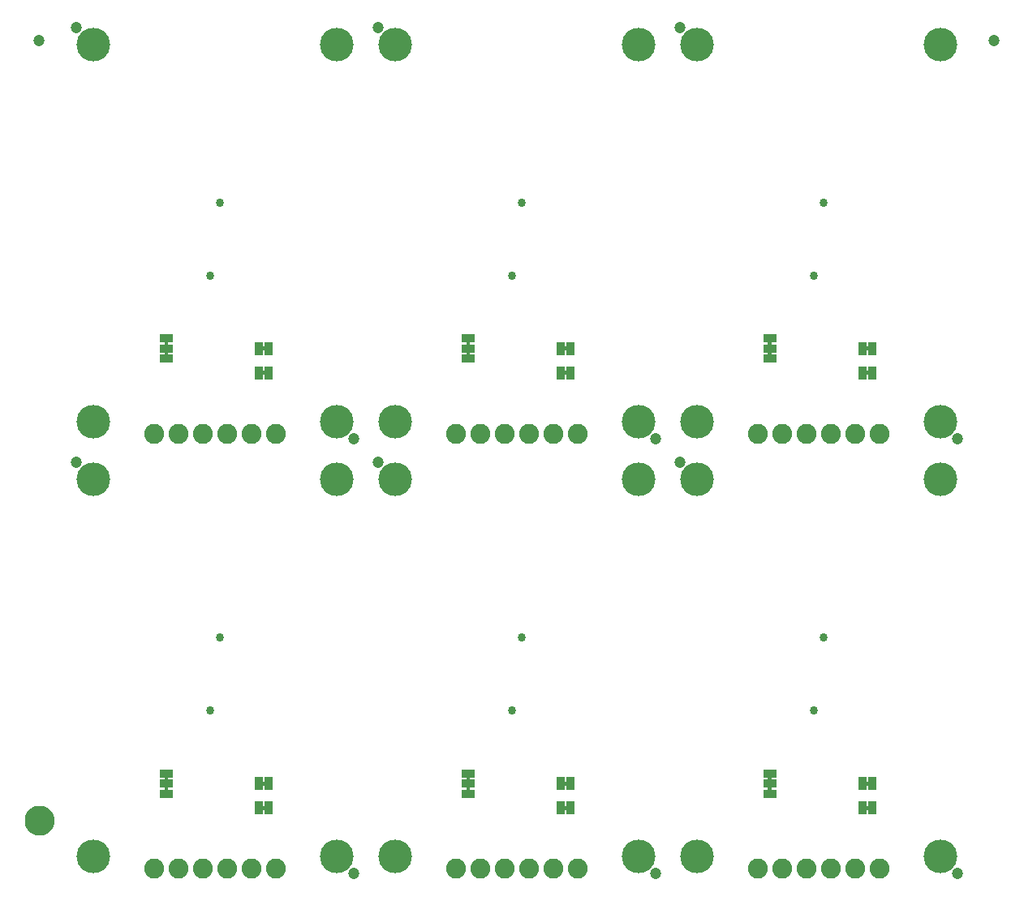
<source format=gbs>
G04 EAGLE Gerber RS-274X export*
G75*
%MOMM*%
%FSLAX34Y34*%
%LPD*%
%INSoldermask Bottom*%
%IPPOS*%
%AMOC8*
5,1,8,0,0,1.08239X$1,22.5*%
G01*
%ADD10R,1.473200X0.863600*%
%ADD11R,0.863600X1.473200*%
%ADD12C,0.863600*%
%ADD13C,2.082800*%
%ADD14C,1.203200*%
%ADD15C,3.505200*%
%ADD16C,1.270000*%
%ADD17C,1.703200*%

G36*
X732525Y558660D02*
X732525Y558660D01*
X732590Y558662D01*
X732634Y558680D01*
X732681Y558688D01*
X732737Y558722D01*
X732798Y558746D01*
X732833Y558778D01*
X732874Y558802D01*
X732915Y558853D01*
X732964Y558898D01*
X732985Y558940D01*
X733015Y558976D01*
X733036Y559039D01*
X733066Y559097D01*
X733075Y559152D01*
X733087Y559189D01*
X733086Y559228D01*
X733094Y559283D01*
X733094Y563093D01*
X733082Y563157D01*
X733080Y563223D01*
X733063Y563267D01*
X733054Y563313D01*
X733021Y563370D01*
X732996Y563431D01*
X732964Y563466D01*
X732940Y563507D01*
X732889Y563548D01*
X732845Y563597D01*
X732803Y563618D01*
X732766Y563648D01*
X732704Y563669D01*
X732645Y563699D01*
X732591Y563707D01*
X732554Y563720D01*
X732514Y563719D01*
X732460Y563727D01*
X729920Y563727D01*
X729855Y563715D01*
X729789Y563713D01*
X729746Y563696D01*
X729699Y563687D01*
X729642Y563654D01*
X729581Y563629D01*
X729547Y563597D01*
X729506Y563573D01*
X729464Y563522D01*
X729416Y563478D01*
X729394Y563436D01*
X729364Y563399D01*
X729343Y563337D01*
X729313Y563278D01*
X729305Y563224D01*
X729293Y563186D01*
X729293Y563182D01*
X729294Y563146D01*
X729286Y563093D01*
X729286Y559283D01*
X729297Y559218D01*
X729299Y559152D01*
X729317Y559108D01*
X729325Y559062D01*
X729359Y559005D01*
X729383Y558944D01*
X729415Y558909D01*
X729439Y558869D01*
X729490Y558827D01*
X729535Y558779D01*
X729577Y558757D01*
X729614Y558727D01*
X729676Y558706D01*
X729734Y558676D01*
X729789Y558668D01*
X729826Y558655D01*
X729865Y558656D01*
X729920Y558648D01*
X732460Y558648D01*
X732525Y558660D01*
G37*
G36*
X102935Y558660D02*
X102935Y558660D01*
X103001Y558662D01*
X103044Y558680D01*
X103091Y558688D01*
X103148Y558722D01*
X103208Y558746D01*
X103243Y558778D01*
X103284Y558802D01*
X103326Y558853D01*
X103374Y558898D01*
X103396Y558940D01*
X103425Y558976D01*
X103446Y559039D01*
X103477Y559097D01*
X103485Y559152D01*
X103497Y559189D01*
X103496Y559228D01*
X103504Y559283D01*
X103504Y563093D01*
X103493Y563157D01*
X103491Y563223D01*
X103473Y563267D01*
X103465Y563313D01*
X103431Y563370D01*
X103406Y563431D01*
X103375Y563466D01*
X103350Y563507D01*
X103299Y563548D01*
X103255Y563597D01*
X103213Y563618D01*
X103176Y563648D01*
X103114Y563669D01*
X103055Y563699D01*
X103001Y563707D01*
X102964Y563720D01*
X102924Y563719D01*
X102870Y563727D01*
X100330Y563727D01*
X100265Y563715D01*
X100199Y563713D01*
X100156Y563696D01*
X100109Y563687D01*
X100052Y563654D01*
X99992Y563629D01*
X99957Y563597D01*
X99916Y563573D01*
X99875Y563522D01*
X99826Y563478D01*
X99804Y563436D01*
X99775Y563399D01*
X99754Y563337D01*
X99723Y563278D01*
X99715Y563224D01*
X99703Y563186D01*
X99703Y563182D01*
X99704Y563146D01*
X99696Y563093D01*
X99696Y559283D01*
X99707Y559218D01*
X99709Y559152D01*
X99727Y559108D01*
X99735Y559062D01*
X99769Y559005D01*
X99794Y558944D01*
X99825Y558909D01*
X99850Y558869D01*
X99901Y558827D01*
X99945Y558779D01*
X99987Y558757D01*
X100024Y558727D01*
X100086Y558706D01*
X100145Y558676D01*
X100199Y558668D01*
X100236Y558655D01*
X100276Y558656D01*
X100330Y558648D01*
X102870Y558648D01*
X102935Y558660D01*
G37*
G36*
X417742Y558660D02*
X417742Y558660D01*
X417808Y558662D01*
X417852Y558680D01*
X417898Y558688D01*
X417955Y558722D01*
X418016Y558746D01*
X418051Y558778D01*
X418092Y558802D01*
X418133Y558853D01*
X418182Y558898D01*
X418203Y558940D01*
X418233Y558976D01*
X418254Y559039D01*
X418284Y559097D01*
X418292Y559152D01*
X418305Y559189D01*
X418304Y559228D01*
X418312Y559283D01*
X418312Y563093D01*
X418300Y563157D01*
X418298Y563223D01*
X418281Y563267D01*
X418272Y563313D01*
X418239Y563370D01*
X418214Y563431D01*
X418182Y563466D01*
X418158Y563507D01*
X418107Y563548D01*
X418063Y563597D01*
X418021Y563618D01*
X417984Y563648D01*
X417922Y563669D01*
X417863Y563699D01*
X417809Y563707D01*
X417771Y563720D01*
X417732Y563719D01*
X417678Y563727D01*
X415138Y563727D01*
X415073Y563715D01*
X415007Y563713D01*
X414963Y563696D01*
X414917Y563687D01*
X414860Y563654D01*
X414799Y563629D01*
X414764Y563597D01*
X414724Y563573D01*
X414682Y563522D01*
X414634Y563478D01*
X414612Y563436D01*
X414582Y563399D01*
X414561Y563337D01*
X414531Y563278D01*
X414523Y563224D01*
X414510Y563186D01*
X414510Y563182D01*
X414511Y563146D01*
X414503Y563093D01*
X414503Y559283D01*
X414515Y559218D01*
X414517Y559152D01*
X414535Y559108D01*
X414543Y559062D01*
X414577Y559005D01*
X414601Y558944D01*
X414633Y558909D01*
X414657Y558869D01*
X414708Y558827D01*
X414753Y558779D01*
X414795Y558757D01*
X414831Y558727D01*
X414894Y558706D01*
X414952Y558676D01*
X415007Y558668D01*
X415044Y558655D01*
X415083Y558656D01*
X415138Y558648D01*
X417678Y558648D01*
X417742Y558660D01*
G37*
G36*
X417742Y548500D02*
X417742Y548500D01*
X417808Y548502D01*
X417852Y548520D01*
X417898Y548528D01*
X417955Y548562D01*
X418016Y548586D01*
X418051Y548618D01*
X418092Y548642D01*
X418133Y548693D01*
X418182Y548738D01*
X418203Y548780D01*
X418233Y548816D01*
X418254Y548879D01*
X418284Y548937D01*
X418292Y548992D01*
X418305Y549029D01*
X418304Y549068D01*
X418312Y549123D01*
X418312Y552933D01*
X418300Y552997D01*
X418298Y553063D01*
X418281Y553107D01*
X418272Y553153D01*
X418239Y553210D01*
X418214Y553271D01*
X418182Y553306D01*
X418158Y553347D01*
X418107Y553388D01*
X418063Y553437D01*
X418021Y553458D01*
X417984Y553488D01*
X417922Y553509D01*
X417863Y553539D01*
X417809Y553547D01*
X417771Y553560D01*
X417732Y553559D01*
X417678Y553567D01*
X415138Y553567D01*
X415073Y553555D01*
X415007Y553553D01*
X414963Y553536D01*
X414917Y553527D01*
X414860Y553494D01*
X414799Y553469D01*
X414764Y553437D01*
X414724Y553413D01*
X414682Y553362D01*
X414634Y553318D01*
X414612Y553276D01*
X414582Y553239D01*
X414561Y553177D01*
X414531Y553118D01*
X414523Y553064D01*
X414510Y553026D01*
X414510Y553022D01*
X414511Y552986D01*
X414503Y552933D01*
X414503Y549123D01*
X414515Y549058D01*
X414517Y548992D01*
X414535Y548948D01*
X414543Y548902D01*
X414577Y548845D01*
X414601Y548784D01*
X414633Y548749D01*
X414657Y548709D01*
X414708Y548667D01*
X414753Y548619D01*
X414795Y548597D01*
X414831Y548567D01*
X414894Y548546D01*
X414952Y548516D01*
X415007Y548508D01*
X415044Y548495D01*
X415083Y548496D01*
X415138Y548488D01*
X417678Y548488D01*
X417742Y548500D01*
G37*
G36*
X732525Y548500D02*
X732525Y548500D01*
X732590Y548502D01*
X732634Y548520D01*
X732681Y548528D01*
X732737Y548562D01*
X732798Y548586D01*
X732833Y548618D01*
X732874Y548642D01*
X732915Y548693D01*
X732964Y548738D01*
X732985Y548780D01*
X733015Y548816D01*
X733036Y548879D01*
X733066Y548937D01*
X733075Y548992D01*
X733087Y549029D01*
X733086Y549068D01*
X733094Y549123D01*
X733094Y552933D01*
X733082Y552997D01*
X733080Y553063D01*
X733063Y553107D01*
X733054Y553153D01*
X733021Y553210D01*
X732996Y553271D01*
X732964Y553306D01*
X732940Y553347D01*
X732889Y553388D01*
X732845Y553437D01*
X732803Y553458D01*
X732766Y553488D01*
X732704Y553509D01*
X732645Y553539D01*
X732591Y553547D01*
X732554Y553560D01*
X732514Y553559D01*
X732460Y553567D01*
X729920Y553567D01*
X729855Y553555D01*
X729789Y553553D01*
X729746Y553536D01*
X729699Y553527D01*
X729642Y553494D01*
X729581Y553469D01*
X729547Y553437D01*
X729506Y553413D01*
X729464Y553362D01*
X729416Y553318D01*
X729394Y553276D01*
X729364Y553239D01*
X729343Y553177D01*
X729313Y553118D01*
X729305Y553064D01*
X729293Y553026D01*
X729293Y553022D01*
X729294Y552986D01*
X729286Y552933D01*
X729286Y549123D01*
X729297Y549058D01*
X729299Y548992D01*
X729317Y548948D01*
X729325Y548902D01*
X729359Y548845D01*
X729383Y548784D01*
X729415Y548749D01*
X729439Y548709D01*
X729490Y548667D01*
X729535Y548619D01*
X729577Y548597D01*
X729614Y548567D01*
X729676Y548546D01*
X729734Y548516D01*
X729789Y548508D01*
X729826Y548495D01*
X729865Y548496D01*
X729920Y548488D01*
X732460Y548488D01*
X732525Y548500D01*
G37*
G36*
X102935Y548500D02*
X102935Y548500D01*
X103001Y548502D01*
X103044Y548520D01*
X103091Y548528D01*
X103148Y548562D01*
X103208Y548586D01*
X103243Y548618D01*
X103284Y548642D01*
X103326Y548693D01*
X103374Y548738D01*
X103396Y548780D01*
X103425Y548816D01*
X103446Y548879D01*
X103477Y548937D01*
X103485Y548992D01*
X103497Y549029D01*
X103496Y549068D01*
X103504Y549123D01*
X103504Y552933D01*
X103493Y552997D01*
X103491Y553063D01*
X103473Y553107D01*
X103465Y553153D01*
X103431Y553210D01*
X103406Y553271D01*
X103375Y553306D01*
X103350Y553347D01*
X103299Y553388D01*
X103255Y553437D01*
X103213Y553458D01*
X103176Y553488D01*
X103114Y553509D01*
X103055Y553539D01*
X103001Y553547D01*
X102964Y553560D01*
X102924Y553559D01*
X102870Y553567D01*
X100330Y553567D01*
X100265Y553555D01*
X100199Y553553D01*
X100156Y553536D01*
X100109Y553527D01*
X100052Y553494D01*
X99992Y553469D01*
X99957Y553437D01*
X99916Y553413D01*
X99875Y553362D01*
X99826Y553318D01*
X99804Y553276D01*
X99775Y553239D01*
X99754Y553177D01*
X99723Y553118D01*
X99715Y553064D01*
X99703Y553026D01*
X99703Y553022D01*
X99704Y552986D01*
X99696Y552933D01*
X99696Y549123D01*
X99707Y549058D01*
X99709Y548992D01*
X99727Y548948D01*
X99735Y548902D01*
X99769Y548845D01*
X99794Y548784D01*
X99825Y548749D01*
X99850Y548709D01*
X99901Y548667D01*
X99945Y548619D01*
X99987Y548597D01*
X100024Y548567D01*
X100086Y548546D01*
X100145Y548516D01*
X100199Y548508D01*
X100236Y548495D01*
X100276Y548496D01*
X100330Y548488D01*
X102870Y548488D01*
X102935Y548500D01*
G37*
G36*
X732525Y104152D02*
X732525Y104152D01*
X732590Y104154D01*
X732634Y104172D01*
X732681Y104180D01*
X732737Y104214D01*
X732798Y104239D01*
X732833Y104270D01*
X732874Y104295D01*
X732915Y104346D01*
X732964Y104390D01*
X732985Y104432D01*
X733015Y104469D01*
X733036Y104531D01*
X733066Y104590D01*
X733075Y104644D01*
X733087Y104681D01*
X733086Y104721D01*
X733094Y104775D01*
X733094Y108585D01*
X733082Y108650D01*
X733080Y108716D01*
X733063Y108759D01*
X733054Y108806D01*
X733021Y108863D01*
X732996Y108923D01*
X732964Y108958D01*
X732940Y108999D01*
X732889Y109041D01*
X732845Y109089D01*
X732803Y109111D01*
X732766Y109140D01*
X732704Y109161D01*
X732645Y109192D01*
X732591Y109200D01*
X732554Y109212D01*
X732514Y109211D01*
X732460Y109219D01*
X729920Y109219D01*
X729855Y109208D01*
X729789Y109206D01*
X729746Y109188D01*
X729699Y109180D01*
X729642Y109146D01*
X729581Y109121D01*
X729547Y109090D01*
X729506Y109065D01*
X729464Y109014D01*
X729416Y108970D01*
X729394Y108928D01*
X729364Y108891D01*
X729343Y108829D01*
X729313Y108770D01*
X729305Y108716D01*
X729293Y108679D01*
X729293Y108675D01*
X729293Y108674D01*
X729294Y108639D01*
X729286Y108585D01*
X729286Y104775D01*
X729297Y104710D01*
X729299Y104644D01*
X729317Y104601D01*
X729325Y104554D01*
X729359Y104497D01*
X729383Y104437D01*
X729415Y104402D01*
X729439Y104361D01*
X729490Y104320D01*
X729535Y104271D01*
X729577Y104249D01*
X729614Y104220D01*
X729676Y104199D01*
X729734Y104168D01*
X729789Y104160D01*
X729826Y104148D01*
X729865Y104149D01*
X729920Y104141D01*
X732460Y104141D01*
X732525Y104152D01*
G37*
G36*
X417742Y104152D02*
X417742Y104152D01*
X417808Y104154D01*
X417852Y104172D01*
X417898Y104180D01*
X417955Y104214D01*
X418016Y104239D01*
X418051Y104270D01*
X418092Y104295D01*
X418133Y104346D01*
X418182Y104390D01*
X418203Y104432D01*
X418233Y104469D01*
X418254Y104531D01*
X418284Y104590D01*
X418292Y104644D01*
X418305Y104681D01*
X418304Y104721D01*
X418312Y104775D01*
X418312Y108585D01*
X418300Y108650D01*
X418298Y108716D01*
X418281Y108759D01*
X418272Y108806D01*
X418239Y108863D01*
X418214Y108923D01*
X418182Y108958D01*
X418158Y108999D01*
X418107Y109041D01*
X418063Y109089D01*
X418021Y109111D01*
X417984Y109140D01*
X417922Y109161D01*
X417863Y109192D01*
X417809Y109200D01*
X417771Y109212D01*
X417732Y109211D01*
X417678Y109219D01*
X415138Y109219D01*
X415073Y109208D01*
X415007Y109206D01*
X414963Y109188D01*
X414917Y109180D01*
X414860Y109146D01*
X414799Y109121D01*
X414764Y109090D01*
X414724Y109065D01*
X414682Y109014D01*
X414634Y108970D01*
X414612Y108928D01*
X414582Y108891D01*
X414561Y108829D01*
X414531Y108770D01*
X414523Y108716D01*
X414510Y108679D01*
X414510Y108675D01*
X414510Y108674D01*
X414511Y108639D01*
X414503Y108585D01*
X414503Y104775D01*
X414515Y104710D01*
X414517Y104644D01*
X414535Y104601D01*
X414543Y104554D01*
X414577Y104497D01*
X414601Y104437D01*
X414633Y104402D01*
X414657Y104361D01*
X414708Y104320D01*
X414753Y104271D01*
X414795Y104249D01*
X414831Y104220D01*
X414894Y104199D01*
X414952Y104168D01*
X415007Y104160D01*
X415044Y104148D01*
X415083Y104149D01*
X415138Y104141D01*
X417678Y104141D01*
X417742Y104152D01*
G37*
G36*
X102935Y104152D02*
X102935Y104152D01*
X103001Y104154D01*
X103044Y104172D01*
X103091Y104180D01*
X103148Y104214D01*
X103208Y104239D01*
X103243Y104270D01*
X103284Y104295D01*
X103326Y104346D01*
X103374Y104390D01*
X103396Y104432D01*
X103425Y104469D01*
X103446Y104531D01*
X103477Y104590D01*
X103485Y104644D01*
X103497Y104681D01*
X103496Y104721D01*
X103504Y104775D01*
X103504Y108585D01*
X103493Y108650D01*
X103491Y108716D01*
X103473Y108759D01*
X103465Y108806D01*
X103431Y108863D01*
X103406Y108923D01*
X103375Y108958D01*
X103350Y108999D01*
X103299Y109041D01*
X103255Y109089D01*
X103213Y109111D01*
X103176Y109140D01*
X103114Y109161D01*
X103055Y109192D01*
X103001Y109200D01*
X102964Y109212D01*
X102924Y109211D01*
X102870Y109219D01*
X100330Y109219D01*
X100265Y109208D01*
X100199Y109206D01*
X100156Y109188D01*
X100109Y109180D01*
X100052Y109146D01*
X99992Y109121D01*
X99957Y109090D01*
X99916Y109065D01*
X99875Y109014D01*
X99826Y108970D01*
X99804Y108928D01*
X99775Y108891D01*
X99754Y108829D01*
X99723Y108770D01*
X99715Y108716D01*
X99703Y108679D01*
X99703Y108675D01*
X99703Y108674D01*
X99704Y108639D01*
X99696Y108585D01*
X99696Y104775D01*
X99707Y104710D01*
X99709Y104644D01*
X99727Y104601D01*
X99735Y104554D01*
X99769Y104497D01*
X99794Y104437D01*
X99825Y104402D01*
X99850Y104361D01*
X99901Y104320D01*
X99945Y104271D01*
X99987Y104249D01*
X100024Y104220D01*
X100086Y104199D01*
X100145Y104168D01*
X100199Y104160D01*
X100236Y104148D01*
X100276Y104149D01*
X100330Y104141D01*
X102870Y104141D01*
X102935Y104152D01*
G37*
G36*
X417742Y93992D02*
X417742Y93992D01*
X417808Y93994D01*
X417852Y94012D01*
X417898Y94020D01*
X417955Y94054D01*
X418016Y94079D01*
X418051Y94110D01*
X418092Y94135D01*
X418133Y94186D01*
X418182Y94230D01*
X418203Y94272D01*
X418233Y94309D01*
X418254Y94371D01*
X418284Y94430D01*
X418292Y94484D01*
X418305Y94521D01*
X418304Y94561D01*
X418312Y94615D01*
X418312Y98425D01*
X418300Y98490D01*
X418298Y98556D01*
X418281Y98599D01*
X418272Y98646D01*
X418239Y98703D01*
X418214Y98763D01*
X418182Y98798D01*
X418158Y98839D01*
X418107Y98881D01*
X418063Y98929D01*
X418021Y98951D01*
X417984Y98980D01*
X417922Y99001D01*
X417863Y99032D01*
X417809Y99040D01*
X417771Y99052D01*
X417732Y99051D01*
X417678Y99059D01*
X415138Y99059D01*
X415073Y99048D01*
X415007Y99046D01*
X414963Y99028D01*
X414917Y99020D01*
X414860Y98986D01*
X414799Y98961D01*
X414764Y98930D01*
X414724Y98905D01*
X414682Y98854D01*
X414634Y98810D01*
X414612Y98768D01*
X414582Y98731D01*
X414561Y98669D01*
X414531Y98610D01*
X414523Y98556D01*
X414510Y98519D01*
X414510Y98515D01*
X414510Y98514D01*
X414511Y98479D01*
X414503Y98425D01*
X414503Y94615D01*
X414515Y94550D01*
X414517Y94484D01*
X414535Y94441D01*
X414543Y94394D01*
X414577Y94337D01*
X414601Y94277D01*
X414633Y94242D01*
X414657Y94201D01*
X414708Y94160D01*
X414753Y94111D01*
X414795Y94089D01*
X414831Y94060D01*
X414894Y94039D01*
X414952Y94008D01*
X415007Y94000D01*
X415044Y93988D01*
X415083Y93989D01*
X415138Y93981D01*
X417678Y93981D01*
X417742Y93992D01*
G37*
G36*
X732525Y93992D02*
X732525Y93992D01*
X732590Y93994D01*
X732634Y94012D01*
X732681Y94020D01*
X732737Y94054D01*
X732798Y94079D01*
X732833Y94110D01*
X732874Y94135D01*
X732915Y94186D01*
X732964Y94230D01*
X732985Y94272D01*
X733015Y94309D01*
X733036Y94371D01*
X733066Y94430D01*
X733075Y94484D01*
X733087Y94521D01*
X733086Y94561D01*
X733094Y94615D01*
X733094Y98425D01*
X733082Y98490D01*
X733080Y98556D01*
X733063Y98599D01*
X733054Y98646D01*
X733021Y98703D01*
X732996Y98763D01*
X732964Y98798D01*
X732940Y98839D01*
X732889Y98881D01*
X732845Y98929D01*
X732803Y98951D01*
X732766Y98980D01*
X732704Y99001D01*
X732645Y99032D01*
X732591Y99040D01*
X732554Y99052D01*
X732514Y99051D01*
X732460Y99059D01*
X729920Y99059D01*
X729855Y99048D01*
X729789Y99046D01*
X729746Y99028D01*
X729699Y99020D01*
X729642Y98986D01*
X729581Y98961D01*
X729547Y98930D01*
X729506Y98905D01*
X729464Y98854D01*
X729416Y98810D01*
X729394Y98768D01*
X729364Y98731D01*
X729343Y98669D01*
X729313Y98610D01*
X729305Y98556D01*
X729293Y98519D01*
X729293Y98515D01*
X729293Y98514D01*
X729294Y98479D01*
X729286Y98425D01*
X729286Y94615D01*
X729297Y94550D01*
X729299Y94484D01*
X729317Y94441D01*
X729325Y94394D01*
X729359Y94337D01*
X729383Y94277D01*
X729415Y94242D01*
X729439Y94201D01*
X729490Y94160D01*
X729535Y94111D01*
X729577Y94089D01*
X729614Y94060D01*
X729676Y94039D01*
X729734Y94008D01*
X729789Y94000D01*
X729826Y93988D01*
X729865Y93989D01*
X729920Y93981D01*
X732460Y93981D01*
X732525Y93992D01*
G37*
G36*
X102935Y93992D02*
X102935Y93992D01*
X103001Y93994D01*
X103044Y94012D01*
X103091Y94020D01*
X103148Y94054D01*
X103208Y94079D01*
X103243Y94110D01*
X103284Y94135D01*
X103326Y94186D01*
X103374Y94230D01*
X103396Y94272D01*
X103425Y94309D01*
X103446Y94371D01*
X103477Y94430D01*
X103485Y94484D01*
X103497Y94521D01*
X103496Y94561D01*
X103504Y94615D01*
X103504Y98425D01*
X103493Y98490D01*
X103491Y98556D01*
X103473Y98599D01*
X103465Y98646D01*
X103431Y98703D01*
X103406Y98763D01*
X103375Y98798D01*
X103350Y98839D01*
X103299Y98881D01*
X103255Y98929D01*
X103213Y98951D01*
X103176Y98980D01*
X103114Y99001D01*
X103055Y99032D01*
X103001Y99040D01*
X102964Y99052D01*
X102924Y99051D01*
X102870Y99059D01*
X100330Y99059D01*
X100265Y99048D01*
X100199Y99046D01*
X100156Y99028D01*
X100109Y99020D01*
X100052Y98986D01*
X99992Y98961D01*
X99957Y98930D01*
X99916Y98905D01*
X99875Y98854D01*
X99826Y98810D01*
X99804Y98768D01*
X99775Y98731D01*
X99754Y98669D01*
X99723Y98610D01*
X99715Y98556D01*
X99703Y98519D01*
X99703Y98515D01*
X99703Y98514D01*
X99704Y98479D01*
X99696Y98425D01*
X99696Y94615D01*
X99707Y94550D01*
X99709Y94484D01*
X99727Y94441D01*
X99735Y94394D01*
X99769Y94337D01*
X99794Y94277D01*
X99825Y94242D01*
X99850Y94201D01*
X99901Y94160D01*
X99945Y94111D01*
X99987Y94089D01*
X100024Y94060D01*
X100086Y94039D01*
X100145Y94008D01*
X100199Y94000D01*
X100236Y93988D01*
X100276Y93989D01*
X100330Y93981D01*
X102870Y93981D01*
X102935Y93992D01*
G37*
G36*
X834760Y554215D02*
X834760Y554215D01*
X834825Y554217D01*
X834869Y554235D01*
X834916Y554243D01*
X834972Y554277D01*
X835033Y554301D01*
X835068Y554333D01*
X835109Y554357D01*
X835150Y554408D01*
X835199Y554453D01*
X835220Y554495D01*
X835250Y554531D01*
X835271Y554594D01*
X835301Y554652D01*
X835310Y554707D01*
X835322Y554744D01*
X835321Y554783D01*
X835329Y554838D01*
X835329Y557378D01*
X835317Y557442D01*
X835315Y557508D01*
X835298Y557552D01*
X835289Y557598D01*
X835256Y557655D01*
X835231Y557716D01*
X835199Y557751D01*
X835175Y557792D01*
X835124Y557833D01*
X835080Y557882D01*
X835038Y557903D01*
X835001Y557933D01*
X834939Y557954D01*
X834880Y557984D01*
X834826Y557992D01*
X834789Y558005D01*
X834749Y558004D01*
X834695Y558012D01*
X830885Y558012D01*
X830820Y558000D01*
X830754Y557998D01*
X830711Y557981D01*
X830664Y557972D01*
X830607Y557939D01*
X830546Y557914D01*
X830512Y557882D01*
X830471Y557858D01*
X830429Y557807D01*
X830381Y557763D01*
X830359Y557721D01*
X830329Y557684D01*
X830308Y557622D01*
X830278Y557563D01*
X830270Y557509D01*
X830258Y557471D01*
X830258Y557469D01*
X830258Y557468D01*
X830259Y557432D01*
X830251Y557378D01*
X830251Y554838D01*
X830262Y554773D01*
X830264Y554707D01*
X830282Y554663D01*
X830290Y554617D01*
X830324Y554560D01*
X830348Y554499D01*
X830380Y554464D01*
X830404Y554424D01*
X830455Y554382D01*
X830500Y554334D01*
X830542Y554312D01*
X830579Y554282D01*
X830641Y554261D01*
X830699Y554231D01*
X830754Y554223D01*
X830791Y554210D01*
X830830Y554211D01*
X830885Y554203D01*
X834695Y554203D01*
X834760Y554215D01*
G37*
G36*
X519977Y554215D02*
X519977Y554215D01*
X520043Y554217D01*
X520087Y554235D01*
X520133Y554243D01*
X520190Y554277D01*
X520251Y554301D01*
X520286Y554333D01*
X520327Y554357D01*
X520368Y554408D01*
X520417Y554453D01*
X520438Y554495D01*
X520468Y554531D01*
X520489Y554594D01*
X520519Y554652D01*
X520527Y554707D01*
X520540Y554744D01*
X520539Y554783D01*
X520547Y554838D01*
X520547Y557378D01*
X520535Y557442D01*
X520533Y557508D01*
X520516Y557552D01*
X520507Y557598D01*
X520474Y557655D01*
X520449Y557716D01*
X520417Y557751D01*
X520393Y557792D01*
X520342Y557833D01*
X520298Y557882D01*
X520256Y557903D01*
X520219Y557933D01*
X520157Y557954D01*
X520098Y557984D01*
X520044Y557992D01*
X520006Y558005D01*
X519967Y558004D01*
X519913Y558012D01*
X516103Y558012D01*
X516038Y558000D01*
X515972Y557998D01*
X515928Y557981D01*
X515882Y557972D01*
X515825Y557939D01*
X515764Y557914D01*
X515729Y557882D01*
X515689Y557858D01*
X515647Y557807D01*
X515599Y557763D01*
X515577Y557721D01*
X515547Y557684D01*
X515526Y557622D01*
X515496Y557563D01*
X515488Y557509D01*
X515475Y557471D01*
X515475Y557469D01*
X515475Y557468D01*
X515476Y557432D01*
X515468Y557378D01*
X515468Y554838D01*
X515480Y554773D01*
X515482Y554707D01*
X515500Y554663D01*
X515508Y554617D01*
X515542Y554560D01*
X515566Y554499D01*
X515598Y554464D01*
X515622Y554424D01*
X515673Y554382D01*
X515718Y554334D01*
X515760Y554312D01*
X515796Y554282D01*
X515859Y554261D01*
X515917Y554231D01*
X515972Y554223D01*
X516009Y554210D01*
X516048Y554211D01*
X516103Y554203D01*
X519913Y554203D01*
X519977Y554215D01*
G37*
G36*
X205170Y554215D02*
X205170Y554215D01*
X205236Y554217D01*
X205279Y554235D01*
X205326Y554243D01*
X205383Y554277D01*
X205443Y554301D01*
X205478Y554333D01*
X205519Y554357D01*
X205561Y554408D01*
X205609Y554453D01*
X205631Y554495D01*
X205660Y554531D01*
X205681Y554594D01*
X205712Y554652D01*
X205720Y554707D01*
X205732Y554744D01*
X205731Y554783D01*
X205739Y554838D01*
X205739Y557378D01*
X205728Y557442D01*
X205726Y557508D01*
X205708Y557552D01*
X205700Y557598D01*
X205666Y557655D01*
X205641Y557716D01*
X205610Y557751D01*
X205585Y557792D01*
X205534Y557833D01*
X205490Y557882D01*
X205448Y557903D01*
X205411Y557933D01*
X205349Y557954D01*
X205290Y557984D01*
X205236Y557992D01*
X205199Y558005D01*
X205159Y558004D01*
X205105Y558012D01*
X201295Y558012D01*
X201230Y558000D01*
X201164Y557998D01*
X201121Y557981D01*
X201074Y557972D01*
X201017Y557939D01*
X200957Y557914D01*
X200922Y557882D01*
X200881Y557858D01*
X200840Y557807D01*
X200791Y557763D01*
X200769Y557721D01*
X200740Y557684D01*
X200719Y557622D01*
X200688Y557563D01*
X200680Y557509D01*
X200668Y557471D01*
X200668Y557469D01*
X200668Y557468D01*
X200669Y557432D01*
X200661Y557378D01*
X200661Y554838D01*
X200672Y554773D01*
X200674Y554707D01*
X200692Y554663D01*
X200700Y554617D01*
X200734Y554560D01*
X200759Y554499D01*
X200790Y554464D01*
X200815Y554424D01*
X200866Y554382D01*
X200910Y554334D01*
X200952Y554312D01*
X200989Y554282D01*
X201051Y554261D01*
X201110Y554231D01*
X201164Y554223D01*
X201201Y554210D01*
X201241Y554211D01*
X201295Y554203D01*
X205105Y554203D01*
X205170Y554215D01*
G37*
G36*
X834760Y528815D02*
X834760Y528815D01*
X834825Y528817D01*
X834869Y528835D01*
X834916Y528843D01*
X834972Y528877D01*
X835033Y528901D01*
X835068Y528933D01*
X835109Y528957D01*
X835150Y529008D01*
X835199Y529053D01*
X835220Y529095D01*
X835250Y529131D01*
X835271Y529194D01*
X835301Y529252D01*
X835310Y529307D01*
X835322Y529344D01*
X835321Y529383D01*
X835329Y529438D01*
X835329Y531978D01*
X835317Y532042D01*
X835315Y532108D01*
X835298Y532152D01*
X835289Y532198D01*
X835256Y532255D01*
X835231Y532316D01*
X835199Y532351D01*
X835175Y532392D01*
X835124Y532433D01*
X835080Y532482D01*
X835038Y532503D01*
X835001Y532533D01*
X834939Y532554D01*
X834880Y532584D01*
X834826Y532592D01*
X834789Y532605D01*
X834749Y532604D01*
X834695Y532612D01*
X830885Y532612D01*
X830820Y532600D01*
X830754Y532598D01*
X830711Y532581D01*
X830664Y532572D01*
X830607Y532539D01*
X830546Y532514D01*
X830512Y532482D01*
X830471Y532458D01*
X830429Y532407D01*
X830381Y532363D01*
X830359Y532321D01*
X830329Y532284D01*
X830308Y532222D01*
X830278Y532163D01*
X830270Y532109D01*
X830258Y532071D01*
X830258Y532069D01*
X830258Y532068D01*
X830259Y532032D01*
X830251Y531978D01*
X830251Y529438D01*
X830262Y529373D01*
X830264Y529307D01*
X830282Y529263D01*
X830290Y529217D01*
X830324Y529160D01*
X830348Y529099D01*
X830380Y529064D01*
X830404Y529024D01*
X830455Y528982D01*
X830500Y528934D01*
X830542Y528912D01*
X830579Y528882D01*
X830641Y528861D01*
X830699Y528831D01*
X830754Y528823D01*
X830791Y528810D01*
X830830Y528811D01*
X830885Y528803D01*
X834695Y528803D01*
X834760Y528815D01*
G37*
G36*
X205170Y528815D02*
X205170Y528815D01*
X205236Y528817D01*
X205279Y528835D01*
X205326Y528843D01*
X205383Y528877D01*
X205443Y528901D01*
X205478Y528933D01*
X205519Y528957D01*
X205561Y529008D01*
X205609Y529053D01*
X205631Y529095D01*
X205660Y529131D01*
X205681Y529194D01*
X205712Y529252D01*
X205720Y529307D01*
X205732Y529344D01*
X205731Y529383D01*
X205739Y529438D01*
X205739Y531978D01*
X205728Y532042D01*
X205726Y532108D01*
X205708Y532152D01*
X205700Y532198D01*
X205666Y532255D01*
X205641Y532316D01*
X205610Y532351D01*
X205585Y532392D01*
X205534Y532433D01*
X205490Y532482D01*
X205448Y532503D01*
X205411Y532533D01*
X205349Y532554D01*
X205290Y532584D01*
X205236Y532592D01*
X205199Y532605D01*
X205159Y532604D01*
X205105Y532612D01*
X201295Y532612D01*
X201230Y532600D01*
X201164Y532598D01*
X201121Y532581D01*
X201074Y532572D01*
X201017Y532539D01*
X200957Y532514D01*
X200922Y532482D01*
X200881Y532458D01*
X200840Y532407D01*
X200791Y532363D01*
X200769Y532321D01*
X200740Y532284D01*
X200719Y532222D01*
X200688Y532163D01*
X200680Y532109D01*
X200668Y532071D01*
X200668Y532069D01*
X200668Y532068D01*
X200669Y532032D01*
X200661Y531978D01*
X200661Y529438D01*
X200672Y529373D01*
X200674Y529307D01*
X200692Y529263D01*
X200700Y529217D01*
X200734Y529160D01*
X200759Y529099D01*
X200790Y529064D01*
X200815Y529024D01*
X200866Y528982D01*
X200910Y528934D01*
X200952Y528912D01*
X200989Y528882D01*
X201051Y528861D01*
X201110Y528831D01*
X201164Y528823D01*
X201201Y528810D01*
X201241Y528811D01*
X201295Y528803D01*
X205105Y528803D01*
X205170Y528815D01*
G37*
G36*
X519977Y528815D02*
X519977Y528815D01*
X520043Y528817D01*
X520087Y528835D01*
X520133Y528843D01*
X520190Y528877D01*
X520251Y528901D01*
X520286Y528933D01*
X520327Y528957D01*
X520368Y529008D01*
X520417Y529053D01*
X520438Y529095D01*
X520468Y529131D01*
X520489Y529194D01*
X520519Y529252D01*
X520527Y529307D01*
X520540Y529344D01*
X520539Y529383D01*
X520547Y529438D01*
X520547Y531978D01*
X520535Y532042D01*
X520533Y532108D01*
X520516Y532152D01*
X520507Y532198D01*
X520474Y532255D01*
X520449Y532316D01*
X520417Y532351D01*
X520393Y532392D01*
X520342Y532433D01*
X520298Y532482D01*
X520256Y532503D01*
X520219Y532533D01*
X520157Y532554D01*
X520098Y532584D01*
X520044Y532592D01*
X520006Y532605D01*
X519967Y532604D01*
X519913Y532612D01*
X516103Y532612D01*
X516038Y532600D01*
X515972Y532598D01*
X515928Y532581D01*
X515882Y532572D01*
X515825Y532539D01*
X515764Y532514D01*
X515729Y532482D01*
X515689Y532458D01*
X515647Y532407D01*
X515599Y532363D01*
X515577Y532321D01*
X515547Y532284D01*
X515526Y532222D01*
X515496Y532163D01*
X515488Y532109D01*
X515475Y532071D01*
X515475Y532069D01*
X515475Y532068D01*
X515476Y532032D01*
X515468Y531978D01*
X515468Y529438D01*
X515480Y529373D01*
X515482Y529307D01*
X515500Y529263D01*
X515508Y529217D01*
X515542Y529160D01*
X515566Y529099D01*
X515598Y529064D01*
X515622Y529024D01*
X515673Y528982D01*
X515718Y528934D01*
X515760Y528912D01*
X515796Y528882D01*
X515859Y528861D01*
X515917Y528831D01*
X515972Y528823D01*
X516009Y528810D01*
X516048Y528811D01*
X516103Y528803D01*
X519913Y528803D01*
X519977Y528815D01*
G37*
G36*
X205170Y99707D02*
X205170Y99707D01*
X205236Y99709D01*
X205279Y99727D01*
X205326Y99735D01*
X205383Y99769D01*
X205443Y99794D01*
X205478Y99825D01*
X205519Y99850D01*
X205561Y99901D01*
X205609Y99945D01*
X205631Y99987D01*
X205660Y100024D01*
X205681Y100086D01*
X205712Y100145D01*
X205720Y100199D01*
X205732Y100236D01*
X205731Y100276D01*
X205739Y100330D01*
X205739Y102870D01*
X205728Y102935D01*
X205726Y103001D01*
X205708Y103044D01*
X205700Y103091D01*
X205666Y103148D01*
X205641Y103208D01*
X205610Y103243D01*
X205585Y103284D01*
X205534Y103326D01*
X205490Y103374D01*
X205448Y103396D01*
X205411Y103425D01*
X205349Y103446D01*
X205290Y103477D01*
X205236Y103485D01*
X205199Y103497D01*
X205159Y103496D01*
X205105Y103504D01*
X201295Y103504D01*
X201230Y103493D01*
X201164Y103491D01*
X201121Y103473D01*
X201074Y103465D01*
X201017Y103431D01*
X200957Y103406D01*
X200922Y103375D01*
X200881Y103350D01*
X200840Y103299D01*
X200791Y103255D01*
X200769Y103213D01*
X200740Y103176D01*
X200719Y103114D01*
X200688Y103055D01*
X200680Y103001D01*
X200668Y102964D01*
X200668Y102961D01*
X200669Y102924D01*
X200661Y102870D01*
X200661Y100330D01*
X200672Y100265D01*
X200674Y100199D01*
X200692Y100156D01*
X200700Y100109D01*
X200734Y100052D01*
X200759Y99992D01*
X200790Y99957D01*
X200815Y99916D01*
X200866Y99875D01*
X200910Y99826D01*
X200952Y99804D01*
X200989Y99775D01*
X201051Y99754D01*
X201110Y99723D01*
X201164Y99715D01*
X201201Y99703D01*
X201241Y99704D01*
X201295Y99696D01*
X205105Y99696D01*
X205170Y99707D01*
G37*
G36*
X519977Y99707D02*
X519977Y99707D01*
X520043Y99709D01*
X520087Y99727D01*
X520133Y99735D01*
X520190Y99769D01*
X520251Y99794D01*
X520286Y99825D01*
X520327Y99850D01*
X520368Y99901D01*
X520417Y99945D01*
X520438Y99987D01*
X520468Y100024D01*
X520489Y100086D01*
X520519Y100145D01*
X520527Y100199D01*
X520540Y100236D01*
X520539Y100276D01*
X520547Y100330D01*
X520547Y102870D01*
X520535Y102935D01*
X520533Y103001D01*
X520516Y103044D01*
X520507Y103091D01*
X520474Y103148D01*
X520449Y103208D01*
X520417Y103243D01*
X520393Y103284D01*
X520342Y103326D01*
X520298Y103374D01*
X520256Y103396D01*
X520219Y103425D01*
X520157Y103446D01*
X520098Y103477D01*
X520044Y103485D01*
X520006Y103497D01*
X519967Y103496D01*
X519913Y103504D01*
X516103Y103504D01*
X516038Y103493D01*
X515972Y103491D01*
X515928Y103473D01*
X515882Y103465D01*
X515825Y103431D01*
X515764Y103406D01*
X515729Y103375D01*
X515689Y103350D01*
X515647Y103299D01*
X515599Y103255D01*
X515577Y103213D01*
X515547Y103176D01*
X515526Y103114D01*
X515496Y103055D01*
X515488Y103001D01*
X515475Y102964D01*
X515475Y102961D01*
X515476Y102924D01*
X515468Y102870D01*
X515468Y100330D01*
X515480Y100265D01*
X515482Y100199D01*
X515500Y100156D01*
X515508Y100109D01*
X515542Y100052D01*
X515566Y99992D01*
X515598Y99957D01*
X515622Y99916D01*
X515673Y99875D01*
X515718Y99826D01*
X515760Y99804D01*
X515796Y99775D01*
X515859Y99754D01*
X515917Y99723D01*
X515972Y99715D01*
X516009Y99703D01*
X516048Y99704D01*
X516103Y99696D01*
X519913Y99696D01*
X519977Y99707D01*
G37*
G36*
X834760Y99707D02*
X834760Y99707D01*
X834825Y99709D01*
X834869Y99727D01*
X834916Y99735D01*
X834972Y99769D01*
X835033Y99794D01*
X835068Y99825D01*
X835109Y99850D01*
X835150Y99901D01*
X835199Y99945D01*
X835220Y99987D01*
X835250Y100024D01*
X835271Y100086D01*
X835301Y100145D01*
X835310Y100199D01*
X835322Y100236D01*
X835321Y100276D01*
X835329Y100330D01*
X835329Y102870D01*
X835317Y102935D01*
X835315Y103001D01*
X835298Y103044D01*
X835289Y103091D01*
X835256Y103148D01*
X835231Y103208D01*
X835199Y103243D01*
X835175Y103284D01*
X835124Y103326D01*
X835080Y103374D01*
X835038Y103396D01*
X835001Y103425D01*
X834939Y103446D01*
X834880Y103477D01*
X834826Y103485D01*
X834789Y103497D01*
X834749Y103496D01*
X834695Y103504D01*
X830885Y103504D01*
X830820Y103493D01*
X830754Y103491D01*
X830711Y103473D01*
X830664Y103465D01*
X830607Y103431D01*
X830546Y103406D01*
X830512Y103375D01*
X830471Y103350D01*
X830429Y103299D01*
X830381Y103255D01*
X830359Y103213D01*
X830329Y103176D01*
X830308Y103114D01*
X830278Y103055D01*
X830270Y103001D01*
X830258Y102964D01*
X830258Y102961D01*
X830259Y102924D01*
X830251Y102870D01*
X830251Y100330D01*
X830262Y100265D01*
X830264Y100199D01*
X830282Y100156D01*
X830290Y100109D01*
X830324Y100052D01*
X830348Y99992D01*
X830380Y99957D01*
X830404Y99916D01*
X830455Y99875D01*
X830500Y99826D01*
X830542Y99804D01*
X830579Y99775D01*
X830641Y99754D01*
X830699Y99723D01*
X830754Y99715D01*
X830791Y99703D01*
X830830Y99704D01*
X830885Y99696D01*
X834695Y99696D01*
X834760Y99707D01*
G37*
G36*
X834760Y74307D02*
X834760Y74307D01*
X834825Y74309D01*
X834869Y74327D01*
X834916Y74335D01*
X834972Y74369D01*
X835033Y74394D01*
X835068Y74425D01*
X835109Y74450D01*
X835150Y74501D01*
X835199Y74545D01*
X835220Y74587D01*
X835250Y74624D01*
X835271Y74686D01*
X835301Y74745D01*
X835310Y74799D01*
X835322Y74836D01*
X835321Y74876D01*
X835329Y74930D01*
X835329Y77470D01*
X835317Y77535D01*
X835315Y77601D01*
X835298Y77644D01*
X835289Y77691D01*
X835256Y77748D01*
X835231Y77808D01*
X835199Y77843D01*
X835175Y77884D01*
X835124Y77926D01*
X835080Y77974D01*
X835038Y77996D01*
X835001Y78025D01*
X834939Y78046D01*
X834880Y78077D01*
X834826Y78085D01*
X834789Y78097D01*
X834749Y78096D01*
X834695Y78104D01*
X830885Y78104D01*
X830820Y78093D01*
X830754Y78091D01*
X830711Y78073D01*
X830664Y78065D01*
X830607Y78031D01*
X830546Y78006D01*
X830512Y77975D01*
X830471Y77950D01*
X830429Y77899D01*
X830381Y77855D01*
X830359Y77813D01*
X830329Y77776D01*
X830308Y77714D01*
X830278Y77655D01*
X830270Y77601D01*
X830258Y77564D01*
X830258Y77561D01*
X830259Y77524D01*
X830251Y77470D01*
X830251Y74930D01*
X830262Y74865D01*
X830264Y74799D01*
X830282Y74756D01*
X830290Y74709D01*
X830324Y74652D01*
X830348Y74592D01*
X830380Y74557D01*
X830404Y74516D01*
X830455Y74475D01*
X830500Y74426D01*
X830542Y74404D01*
X830579Y74375D01*
X830641Y74354D01*
X830699Y74323D01*
X830754Y74315D01*
X830791Y74303D01*
X830830Y74304D01*
X830885Y74296D01*
X834695Y74296D01*
X834760Y74307D01*
G37*
G36*
X519977Y74307D02*
X519977Y74307D01*
X520043Y74309D01*
X520087Y74327D01*
X520133Y74335D01*
X520190Y74369D01*
X520251Y74394D01*
X520286Y74425D01*
X520327Y74450D01*
X520368Y74501D01*
X520417Y74545D01*
X520438Y74587D01*
X520468Y74624D01*
X520489Y74686D01*
X520519Y74745D01*
X520527Y74799D01*
X520540Y74836D01*
X520539Y74876D01*
X520547Y74930D01*
X520547Y77470D01*
X520535Y77535D01*
X520533Y77601D01*
X520516Y77644D01*
X520507Y77691D01*
X520474Y77748D01*
X520449Y77808D01*
X520417Y77843D01*
X520393Y77884D01*
X520342Y77926D01*
X520298Y77974D01*
X520256Y77996D01*
X520219Y78025D01*
X520157Y78046D01*
X520098Y78077D01*
X520044Y78085D01*
X520006Y78097D01*
X519967Y78096D01*
X519913Y78104D01*
X516103Y78104D01*
X516038Y78093D01*
X515972Y78091D01*
X515928Y78073D01*
X515882Y78065D01*
X515825Y78031D01*
X515764Y78006D01*
X515729Y77975D01*
X515689Y77950D01*
X515647Y77899D01*
X515599Y77855D01*
X515577Y77813D01*
X515547Y77776D01*
X515526Y77714D01*
X515496Y77655D01*
X515488Y77601D01*
X515475Y77564D01*
X515475Y77561D01*
X515476Y77524D01*
X515468Y77470D01*
X515468Y74930D01*
X515480Y74865D01*
X515482Y74799D01*
X515500Y74756D01*
X515508Y74709D01*
X515542Y74652D01*
X515566Y74592D01*
X515598Y74557D01*
X515622Y74516D01*
X515673Y74475D01*
X515718Y74426D01*
X515760Y74404D01*
X515796Y74375D01*
X515859Y74354D01*
X515917Y74323D01*
X515972Y74315D01*
X516009Y74303D01*
X516048Y74304D01*
X516103Y74296D01*
X519913Y74296D01*
X519977Y74307D01*
G37*
G36*
X205170Y74307D02*
X205170Y74307D01*
X205236Y74309D01*
X205279Y74327D01*
X205326Y74335D01*
X205383Y74369D01*
X205443Y74394D01*
X205478Y74425D01*
X205519Y74450D01*
X205561Y74501D01*
X205609Y74545D01*
X205631Y74587D01*
X205660Y74624D01*
X205681Y74686D01*
X205712Y74745D01*
X205720Y74799D01*
X205732Y74836D01*
X205731Y74876D01*
X205739Y74930D01*
X205739Y77470D01*
X205728Y77535D01*
X205726Y77601D01*
X205708Y77644D01*
X205700Y77691D01*
X205666Y77748D01*
X205641Y77808D01*
X205610Y77843D01*
X205585Y77884D01*
X205534Y77926D01*
X205490Y77974D01*
X205448Y77996D01*
X205411Y78025D01*
X205349Y78046D01*
X205290Y78077D01*
X205236Y78085D01*
X205199Y78097D01*
X205159Y78096D01*
X205105Y78104D01*
X201295Y78104D01*
X201230Y78093D01*
X201164Y78091D01*
X201121Y78073D01*
X201074Y78065D01*
X201017Y78031D01*
X200957Y78006D01*
X200922Y77975D01*
X200881Y77950D01*
X200840Y77899D01*
X200791Y77855D01*
X200769Y77813D01*
X200740Y77776D01*
X200719Y77714D01*
X200688Y77655D01*
X200680Y77601D01*
X200668Y77564D01*
X200668Y77561D01*
X200669Y77524D01*
X200661Y77470D01*
X200661Y74930D01*
X200672Y74865D01*
X200674Y74799D01*
X200692Y74756D01*
X200700Y74709D01*
X200734Y74652D01*
X200759Y74592D01*
X200790Y74557D01*
X200815Y74516D01*
X200866Y74475D01*
X200910Y74426D01*
X200952Y74404D01*
X200989Y74375D01*
X201051Y74354D01*
X201110Y74323D01*
X201164Y74315D01*
X201201Y74303D01*
X201241Y74304D01*
X201295Y74296D01*
X205105Y74296D01*
X205170Y74307D01*
G37*
D10*
X101600Y91186D03*
X101600Y101600D03*
X101600Y112014D03*
D11*
X197993Y101600D03*
X208407Y101600D03*
D12*
X157480Y254000D03*
X147320Y177800D03*
D11*
X197993Y76200D03*
X208407Y76200D03*
D13*
X88900Y12700D03*
X114300Y12700D03*
X139700Y12700D03*
X165100Y12700D03*
X190500Y12700D03*
X215900Y12700D03*
D14*
X7620Y436880D03*
X297180Y7620D03*
D15*
X25400Y419100D03*
X279400Y419100D03*
X25400Y25400D03*
X279400Y25400D03*
D10*
X416408Y91186D03*
X416408Y101600D03*
X416408Y112014D03*
D11*
X512801Y101600D03*
X523215Y101600D03*
D12*
X472288Y254000D03*
X462128Y177800D03*
D11*
X512801Y76200D03*
X523215Y76200D03*
D13*
X403708Y12700D03*
X429108Y12700D03*
X454508Y12700D03*
X479908Y12700D03*
X505308Y12700D03*
X530708Y12700D03*
D14*
X322428Y436880D03*
X611988Y7620D03*
D15*
X340208Y419100D03*
X594208Y419100D03*
X340208Y25400D03*
X594208Y25400D03*
D10*
X731190Y91186D03*
X731190Y101600D03*
X731190Y112014D03*
D11*
X827583Y101600D03*
X837997Y101600D03*
D12*
X787070Y254000D03*
X776910Y177800D03*
D11*
X827583Y76200D03*
X837997Y76200D03*
D13*
X718490Y12700D03*
X743890Y12700D03*
X769290Y12700D03*
X794690Y12700D03*
X820090Y12700D03*
X845490Y12700D03*
D14*
X637210Y436880D03*
X926770Y7620D03*
D15*
X654990Y419100D03*
X908990Y419100D03*
X654990Y25400D03*
X908990Y25400D03*
D10*
X101600Y545694D03*
X101600Y556108D03*
X101600Y566522D03*
D11*
X197993Y556108D03*
X208407Y556108D03*
D12*
X157480Y708508D03*
X147320Y632308D03*
D11*
X197993Y530708D03*
X208407Y530708D03*
D13*
X88900Y467208D03*
X114300Y467208D03*
X139700Y467208D03*
X165100Y467208D03*
X190500Y467208D03*
X215900Y467208D03*
D14*
X7620Y891388D03*
X297180Y462128D03*
D15*
X25400Y873608D03*
X279400Y873608D03*
X25400Y479908D03*
X279400Y479908D03*
D10*
X416408Y545694D03*
X416408Y556108D03*
X416408Y566522D03*
D11*
X512801Y556108D03*
X523215Y556108D03*
D12*
X472288Y708508D03*
X462128Y632308D03*
D11*
X512801Y530708D03*
X523215Y530708D03*
D13*
X403708Y467208D03*
X429108Y467208D03*
X454508Y467208D03*
X479908Y467208D03*
X505308Y467208D03*
X530708Y467208D03*
D14*
X322428Y891388D03*
X611988Y462128D03*
D15*
X340208Y873608D03*
X594208Y873608D03*
X340208Y479908D03*
X594208Y479908D03*
D10*
X731190Y545694D03*
X731190Y556108D03*
X731190Y566522D03*
D11*
X827583Y556108D03*
X837997Y556108D03*
D12*
X787070Y708508D03*
X776910Y632308D03*
D11*
X827583Y530708D03*
X837997Y530708D03*
D13*
X718490Y467208D03*
X743890Y467208D03*
X769290Y467208D03*
X794690Y467208D03*
X820090Y467208D03*
X845490Y467208D03*
D14*
X637210Y891388D03*
X926770Y462128D03*
D15*
X654990Y873608D03*
X908990Y873608D03*
X654990Y479908D03*
X908990Y479908D03*
D14*
X-31166Y877240D03*
X965556Y877240D03*
D16*
X-40221Y63500D02*
X-40218Y63722D01*
X-40210Y63944D01*
X-40196Y64166D01*
X-40177Y64388D01*
X-40153Y64608D01*
X-40123Y64829D01*
X-40088Y65048D01*
X-40047Y65267D01*
X-40001Y65484D01*
X-39950Y65700D01*
X-39893Y65915D01*
X-39831Y66129D01*
X-39764Y66340D01*
X-39692Y66551D01*
X-39614Y66759D01*
X-39532Y66965D01*
X-39444Y67169D01*
X-39352Y67372D01*
X-39254Y67571D01*
X-39152Y67768D01*
X-39045Y67963D01*
X-38933Y68155D01*
X-38816Y68344D01*
X-38695Y68531D01*
X-38569Y68714D01*
X-38439Y68894D01*
X-38304Y69071D01*
X-38166Y69244D01*
X-38023Y69414D01*
X-37875Y69581D01*
X-37724Y69744D01*
X-37569Y69903D01*
X-37410Y70058D01*
X-37247Y70209D01*
X-37080Y70357D01*
X-36910Y70500D01*
X-36737Y70638D01*
X-36560Y70773D01*
X-36380Y70903D01*
X-36197Y71029D01*
X-36010Y71150D01*
X-35821Y71267D01*
X-35629Y71379D01*
X-35434Y71486D01*
X-35237Y71588D01*
X-35038Y71686D01*
X-34835Y71778D01*
X-34631Y71866D01*
X-34425Y71948D01*
X-34217Y72026D01*
X-34006Y72098D01*
X-33795Y72165D01*
X-33581Y72227D01*
X-33366Y72284D01*
X-33150Y72335D01*
X-32933Y72381D01*
X-32714Y72422D01*
X-32495Y72457D01*
X-32274Y72487D01*
X-32054Y72511D01*
X-31832Y72530D01*
X-31610Y72544D01*
X-31388Y72552D01*
X-31166Y72555D01*
X-30944Y72552D01*
X-30722Y72544D01*
X-30500Y72530D01*
X-30278Y72511D01*
X-30058Y72487D01*
X-29837Y72457D01*
X-29618Y72422D01*
X-29399Y72381D01*
X-29182Y72335D01*
X-28966Y72284D01*
X-28751Y72227D01*
X-28537Y72165D01*
X-28326Y72098D01*
X-28115Y72026D01*
X-27907Y71948D01*
X-27701Y71866D01*
X-27497Y71778D01*
X-27294Y71686D01*
X-27095Y71588D01*
X-26898Y71486D01*
X-26703Y71379D01*
X-26511Y71267D01*
X-26322Y71150D01*
X-26135Y71029D01*
X-25952Y70903D01*
X-25772Y70773D01*
X-25595Y70638D01*
X-25422Y70500D01*
X-25252Y70357D01*
X-25085Y70209D01*
X-24922Y70058D01*
X-24763Y69903D01*
X-24608Y69744D01*
X-24457Y69581D01*
X-24309Y69414D01*
X-24166Y69244D01*
X-24028Y69071D01*
X-23893Y68894D01*
X-23763Y68714D01*
X-23637Y68531D01*
X-23516Y68344D01*
X-23399Y68155D01*
X-23287Y67963D01*
X-23180Y67768D01*
X-23078Y67571D01*
X-22980Y67372D01*
X-22888Y67169D01*
X-22800Y66965D01*
X-22718Y66759D01*
X-22640Y66551D01*
X-22568Y66340D01*
X-22501Y66129D01*
X-22439Y65915D01*
X-22382Y65700D01*
X-22331Y65484D01*
X-22285Y65267D01*
X-22244Y65048D01*
X-22209Y64829D01*
X-22179Y64608D01*
X-22155Y64388D01*
X-22136Y64166D01*
X-22122Y63944D01*
X-22114Y63722D01*
X-22111Y63500D01*
X-22114Y63278D01*
X-22122Y63056D01*
X-22136Y62834D01*
X-22155Y62612D01*
X-22179Y62392D01*
X-22209Y62171D01*
X-22244Y61952D01*
X-22285Y61733D01*
X-22331Y61516D01*
X-22382Y61300D01*
X-22439Y61085D01*
X-22501Y60871D01*
X-22568Y60660D01*
X-22640Y60449D01*
X-22718Y60241D01*
X-22800Y60035D01*
X-22888Y59831D01*
X-22980Y59628D01*
X-23078Y59429D01*
X-23180Y59232D01*
X-23287Y59037D01*
X-23399Y58845D01*
X-23516Y58656D01*
X-23637Y58469D01*
X-23763Y58286D01*
X-23893Y58106D01*
X-24028Y57929D01*
X-24166Y57756D01*
X-24309Y57586D01*
X-24457Y57419D01*
X-24608Y57256D01*
X-24763Y57097D01*
X-24922Y56942D01*
X-25085Y56791D01*
X-25252Y56643D01*
X-25422Y56500D01*
X-25595Y56362D01*
X-25772Y56227D01*
X-25952Y56097D01*
X-26135Y55971D01*
X-26322Y55850D01*
X-26511Y55733D01*
X-26703Y55621D01*
X-26898Y55514D01*
X-27095Y55412D01*
X-27294Y55314D01*
X-27497Y55222D01*
X-27701Y55134D01*
X-27907Y55052D01*
X-28115Y54974D01*
X-28326Y54902D01*
X-28537Y54835D01*
X-28751Y54773D01*
X-28966Y54716D01*
X-29182Y54665D01*
X-29399Y54619D01*
X-29618Y54578D01*
X-29837Y54543D01*
X-30058Y54513D01*
X-30278Y54489D01*
X-30500Y54470D01*
X-30722Y54456D01*
X-30944Y54448D01*
X-31166Y54445D01*
X-31388Y54448D01*
X-31610Y54456D01*
X-31832Y54470D01*
X-32054Y54489D01*
X-32274Y54513D01*
X-32495Y54543D01*
X-32714Y54578D01*
X-32933Y54619D01*
X-33150Y54665D01*
X-33366Y54716D01*
X-33581Y54773D01*
X-33795Y54835D01*
X-34006Y54902D01*
X-34217Y54974D01*
X-34425Y55052D01*
X-34631Y55134D01*
X-34835Y55222D01*
X-35038Y55314D01*
X-35237Y55412D01*
X-35434Y55514D01*
X-35629Y55621D01*
X-35821Y55733D01*
X-36010Y55850D01*
X-36197Y55971D01*
X-36380Y56097D01*
X-36560Y56227D01*
X-36737Y56362D01*
X-36910Y56500D01*
X-37080Y56643D01*
X-37247Y56791D01*
X-37410Y56942D01*
X-37569Y57097D01*
X-37724Y57256D01*
X-37875Y57419D01*
X-38023Y57586D01*
X-38166Y57756D01*
X-38304Y57929D01*
X-38439Y58106D01*
X-38569Y58286D01*
X-38695Y58469D01*
X-38816Y58656D01*
X-38933Y58845D01*
X-39045Y59037D01*
X-39152Y59232D01*
X-39254Y59429D01*
X-39352Y59628D01*
X-39444Y59831D01*
X-39532Y60035D01*
X-39614Y60241D01*
X-39692Y60449D01*
X-39764Y60660D01*
X-39831Y60871D01*
X-39893Y61085D01*
X-39950Y61300D01*
X-40001Y61516D01*
X-40047Y61733D01*
X-40088Y61952D01*
X-40123Y62171D01*
X-40153Y62392D01*
X-40177Y62612D01*
X-40196Y62834D01*
X-40210Y63056D01*
X-40218Y63278D01*
X-40221Y63500D01*
D17*
X-31166Y63500D03*
M02*

</source>
